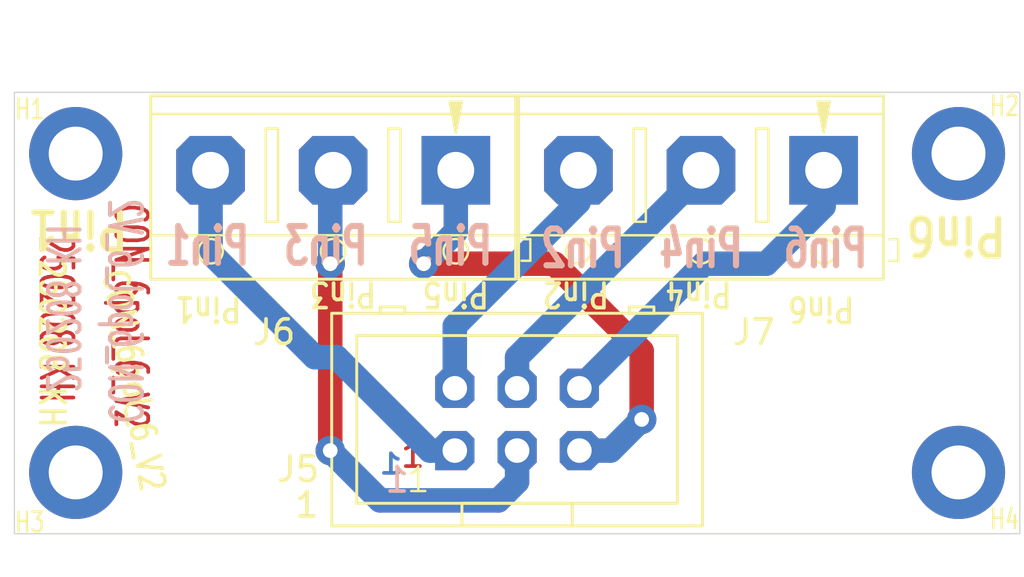
<source format=kicad_pcb>
(kicad_pcb (version 20240108) (generator "pcbnew") (generator_version "8.0")
  (layers (0 "F.Cu" signal) (31 "B.Cu" signal) (34 "B.Paste" user) (35 "F.Paste" user) (36 "B.SilkS" user "B.Silkscreen") (37 "F.SilkS" user "F.Silkscreen") (38 "B.Mask" user) (39 "F.Mask" user) (44 "Edge.Cuts" user))
  (net 0 "")
  (net 1 "/Pin1")
  (net 2 "/Pin3")
  (net 3 "/Pin5")
  (net 4 "/Pin6")
  (net 5 "/Pin2")
  (net 6 "/Pin4")
  (footprint "_kh_library:MountingHole_2.2mm_M2_Pad_TopBottom_kh" (layer "F.Cu") (at 70.07 36.45)
    (property "Reference" "H4" (at 1.875 1.905 0) (layer "F.SilkS") (effects (font (size 0.8 0.6) (thickness 0.1) (bold yes))))
    (property "Value" "MountingHole")
    (pad "1" thru_hole circle (at 0 0) (size 2.6 2.6) (drill 2.2) (layers "*.Cu" "*.Mask"))
    (pad "1" connect circle (at 0 0) (size 3.8 3.8) (layers "F.Cu" "F.Mask"))
    (pad "1" connect circle (at 0 0) (size 3.8 3.8) (layers "B.Cu" "B.Mask"))
  )
  (footprint "_kh_library:Screw_Terminal_01x03_P5" (layer "F.Cu") (at 64.57 24.13 -90)
    (property "Reference" "J7" (at 6.604 2.848 0) (layer "F.SilkS"))
    (property "Value" "Screw_Terminal_01x03_P5")
    (fp_line (start -2.3 -2.44) (end -2.3 12.44) (stroke (width 0.1)) (layer "F.SilkS"))
    (fp_line (start 2.65 -2.44) (end 2.65 12.44) (stroke (width 0.1)) (layer "F.SilkS"))
    (fp_line (start 2.81 -3.04) (end 2.81 -2.68) (stroke (width 0.1)) (layer "F.SilkS"))
    (fp_line (start 2.81 -3.04) (end 3.69 -3.04) (stroke (width 0.1)) (layer "F.SilkS"))
    (fp_line (start 3.69 -3.04) (end 3.69 -2.68) (stroke (width 0.1)) (layer "F.SilkS"))
    (fp_rect (start -1.7 7.25) (end 2.1 7.75) (stroke (width 0.1)) (fill none) (layer "F.SilkS"))
    (fp_rect (start -1.7 2.25) (end 2.1 2.75) (stroke (width 0.1)) (fill none) (layer "F.SilkS"))
    (fp_rect (start -3.04 -2.44) (end 4.44 12.44) (stroke (width 0.12)) (fill none) (layer "F.SilkS"))
    (fp_circle (center 3.3 10) (end 3.8 10) (stroke (width 0.1)) (fill none) (layer "F.SilkS"))
    (fp_circle (center 3.3 5) (end 3.8 5) (stroke (width 0.1)) (fill none) (layer "F.SilkS"))
    (fp_circle (center 3.3 0) (end 3.8 0) (stroke (width 0.1)) (fill none) (layer "F.SilkS"))
    (fp_poly (pts (xy -2.794 -0.254) (xy -1.524 0) (xy -2.794 0.254)) (stroke (width 0.1)) (fill solid) (layer "F.SilkS"))
    (pad "1" thru_hole rect (at 0 0 270) (size 2.8 2.8) (drill 1.5) (layers "*.Cu" "*.Mask") (net 4 "/Pin6"))
    (pad "2" thru_hole roundrect (at 0 5 270) (size 2.8 2.8) (drill 1.5) (layers "*.Cu" "*.Mask") (roundrect_rratio 0) (chamfer_ratio 0.2) (chamfer top_left top_right bottom_left bottom_right) (net 6 "/Pin4"))
    (pad "3" thru_hole roundrect (at 0 10 270) (size 2.8 2.8) (drill 1.5) (layers "*.Cu" "*.Mask") (roundrect_rratio 0) (chamfer_ratio 0.2) (chamfer top_left top_right bottom_left bottom_right) (net 5 "/Pin2"))
  )
  (footprint "_kh_library:MountingHole_2.2mm_M2_Pad_TopBottom_kh" (layer "F.Cu") (at 34.07 36.45)
    (property "Reference" "H3" (at -1.875 2.031 0) (layer "F.SilkS") (effects (font (size 0.8 0.6) (thickness 0.1))))
    (property "Value" "MountingHole")
    (pad "1" thru_hole circle (at 0 0) (size 2.6 2.6) (drill 2.2) (layers "*.Cu" "*.Mask"))
    (pad "1" connect circle (at 0 0) (size 3.8 3.8) (layers "F.Cu" "F.Mask"))
    (pad "1" connect circle (at 0 0) (size 3.8 3.8) (layers "B.Cu" "B.Mask"))
  )
  (footprint "_kh_library:Box_02x03_P2.54mm_Vertical_kh" (layer "F.Cu") (at 49.53 35.56)
    (property "Reference" "J5" (at -6.39 0.762 360) (layer "F.SilkS"))
    (property "Value" "Box_02x03_P2.54_Vertical")
    (fp_rect (start -5.02 3.07) (end 10.1 -5.6) (stroke (width 0.12)) (fill none) (layer "F.SilkS"))
    (fp_rect (start -4 2.15) (end 9.08 -4.69) (stroke (width 0.12)) (fill none) (layer "F.SilkS"))
    (fp_rect (start -3.04 -5.6) (end -2.04 -5.86) (stroke (width 0.12)) (fill none) (layer "F.SilkS"))
    (fp_rect (start 0.29 3.07) (end 4.79 2.15) (stroke (width 0.12)) (fill none) (layer "F.SilkS"))
    (fp_rect (start 7.12 -5.6) (end 8.12 -5.86) (stroke (width 0.12)) (fill none) (layer "F.SilkS"))
    (fp_text user "1" (at -2.032 1.778 0) (layer "F.SilkS") (effects (font (thickness 0.1)) (justify left bottom)))
    (pad "1" thru_hole roundrect (at 0 0) (size 1.6 1.6) (drill 1) (layers "*.Cu" "*.Mask") (roundrect_rratio 0) (chamfer_ratio 0.2) (chamfer top_left top_right bottom_right) (net 1 "/Pin1"))
    (pad "2" thru_hole roundrect (at 0 -2.54) (size 1.6 1.6) (drill 1) (layers "*.Cu" "*.Mask") (roundrect_rratio 0) (chamfer_ratio 0.2) (chamfer top_left top_right bottom_left bottom_right) (net 5 "/Pin2"))
    (pad "3" thru_hole roundrect (at 2.54 0) (size 1.6 1.6) (drill 1) (layers "*.Cu" "*.Mask") (roundrect_rratio 0) (chamfer_ratio 0.2) (chamfer top_left top_right bottom_left bottom_right) (net 2 "/Pin3"))
    (pad "4" thru_hole roundrect (at 2.54 -2.54) (size 1.6 1.6) (drill 1) (layers "*.Cu" "*.Mask") (roundrect_rratio 0) (chamfer_ratio 0.2) (chamfer top_left top_right bottom_left bottom_right) (net 6 "/Pin4"))
    (pad "5" thru_hole roundrect (at 5.08 0) (size 1.6 1.6) (drill 1) (layers "*.Cu" "*.Mask") (roundrect_rratio 0) (chamfer_ratio 0.2) (chamfer top_left top_right bottom_left bottom_right) (net 3 "/Pin5"))
    (pad "6" thru_hole roundrect (at 5.08 -2.54) (size 1.6 1.6) (drill 1) (layers "*.Cu" "*.Mask") (roundrect_rratio 0) (chamfer_ratio 0.2) (chamfer top_left top_right bottom_left bottom_right) (net 4 "/Pin6"))
  )
  (footprint "_kh_library:MountingHole_2.2mm_M2_Pad_TopBottom_kh" (layer "F.Cu") (at 34.07 23.45)
    (property "Reference" "H1" (at -1.875 -1.812 0) (layer "F.SilkS") (effects (font (size 0.8 0.6) (thickness 0.1))))
    (property "Value" "MountingHole")
    (pad "1" thru_hole circle (at 0 0) (size 2.6 2.6) (drill 2.2) (layers "*.Cu" "*.Mask"))
    (pad "1" connect circle (at 0 0) (size 3.8 3.8) (layers "F.Cu" "F.Mask"))
    (pad "1" connect circle (at 0 0) (size 3.8 3.8) (layers "B.Cu" "B.Mask"))
  )
  (footprint "_kh_library:Screw_Terminal_01x03_P5" (layer "F.Cu") (at 49.57 24.13 -90)
    (property "Reference" "J6" (at 6.604 7.406 0) (layer "F.SilkS"))
    (property "Value" "Screw_Terminal_01x03_P5")
    (fp_line (start -2.3 -2.44) (end -2.3 12.44) (stroke (width 0.1)) (layer "F.SilkS"))
    (fp_line (start 2.65 -2.44) (end 2.65 12.44) (stroke (width 0.1)) (layer "F.SilkS"))
    (fp_line (start 2.81 -3.04) (end 2.81 -2.68) (stroke (width 0.1)) (layer "F.SilkS"))
    (fp_line (start 2.81 -3.04) (end 3.69 -3.04) (stroke (width 0.1)) (layer "F.SilkS"))
    (fp_line (start 3.69 -3.04) (end 3.69 -2.68) (stroke (width 0.1)) (layer "F.SilkS"))
    (fp_rect (start -1.7 7.25) (end 2.1 7.75) (stroke (width 0.1)) (fill none) (layer "F.SilkS"))
    (fp_rect (start -1.7 2.25) (end 2.1 2.75) (stroke (width 0.1)) (fill none) (layer "F.SilkS"))
    (fp_rect (start -3.04 -2.44) (end 4.44 12.44) (stroke (width 0.12)) (fill none) (layer "F.SilkS"))
    (fp_circle (center 3.3 10) (end 3.8 10) (stroke (width 0.1)) (fill none) (layer "F.SilkS"))
    (fp_circle (center 3.3 5) (end 3.8 5) (stroke (width 0.1)) (fill none) (layer "F.SilkS"))
    (fp_circle (center 3.3 0) (end 3.8 0) (stroke (width 0.1)) (fill none) (layer "F.SilkS"))
    (fp_poly (pts (xy -2.794 -0.254) (xy -1.524 0) (xy -2.794 0.254)) (stroke (width 0.1)) (fill solid) (layer "F.SilkS"))
    (pad "1" thru_hole rect (at 0 0 270) (size 2.8 2.8) (drill 1.5) (layers "*.Cu" "*.Mask") (net 3 "/Pin5"))
    (pad "2" thru_hole roundrect (at 0 5 270) (size 2.8 2.8) (drill 1.5) (layers "*.Cu" "*.Mask") (roundrect_rratio 0) (chamfer_ratio 0.2) (chamfer top_left top_right bottom_left bottom_right) (net 2 "/Pin3"))
    (pad "3" thru_hole roundrect (at 0 10 270) (size 2.8 2.8) (drill 1.5) (layers "*.Cu" "*.Mask") (roundrect_rratio 0) (chamfer_ratio 0.2) (chamfer top_left top_right bottom_left bottom_right) (net 1 "/Pin1"))
  )
  (footprint "_kh_library:MountingHole_2.2mm_M2_Pad_TopBottom_kh" (layer "F.Cu") (at 70.07 23.45)
    (property "Reference" "H2" (at 1.875 -1.939 0) (layer "F.SilkS") (effects (font (size 0.8 0.6) (thickness 0.1) (bold yes))))
    (property "Value" "MountingHole")
    (pad "1" thru_hole circle (at 0 0) (size 2.6 2.6) (drill 2.2) (layers "*.Cu" "*.Mask"))
    (pad "1" connect circle (at 0 0) (size 3.8 3.8) (layers "F.Cu" "F.Mask"))
    (pad "1" connect circle (at 0 0) (size 3.8 3.8) (layers "B.Cu" "B.Mask"))
  )
  (gr_rect (start 31.57 20.95) (end 72.57 38.95) (stroke (width 0.05)) (fill none) (layer "Edge.Cuts"))
  (gr_text "250208 KH" (at 32.512 26.67 270) (layer "F.Cu") (effects (font (size 1.3 0.8) (thickness 0.15) (bold yes)) (justify left bottom)))
  (gr_text "1" (at 47.244 36.322 0) (layer "F.Cu") (effects (font (size 1 1) (thickness 0.15) (bold yes)) (justify left bottom)))
  (gr_text "CON_6pol_6_V2" (at 35.56 25.4 270) (layer "F.Cu") (effects (font (size 1.3 0.8) (thickness 0.15) (bold yes)) (justify left bottom)))
  (gr_text "1" (at 47.498 36.576 0) (layer "B.Cu") (effects (font (size 0.8 1) (thickness 0.15) (bold yes)) (justify left bottom mirror)))
  (gr_text "250208 KH" (at 32.766 33.274 270) (layer "B.Cu") (effects (font (size 1.3 0.8) (thickness 0.15) (bold yes)) (justify left bottom mirror)))
  (gr_text "CON_6pol_6_V2" (at 35.306 34.544 270) (layer "B.Cu") (effects (font (size 1.3 0.8) (thickness 0.15) (bold yes)) (justify left bottom mirror)))
  (gr_text "Pin5" (at 51.18 28.1 0) (layer "B.SilkS") (effects (font (size 1.5 1) (thickness 0.25) (bold yes)) (justify left bottom mirror)))
  (gr_text "Pin6" (at 66.48 28.2 0) (layer "B.SilkS") (effects (font (size 1.5 1) (thickness 0.25) (bold yes)) (justify left bottom mirror)))
  (gr_text "CON_6pol_6_V2" (at 35.306 34.544 270) (layer "B.SilkS") (effects (font (size 1.3 0.8) (thickness 0.15) (bold yes)) (justify left bottom mirror)))
  (gr_text "Pin3" (at 46.1 28.1 0) (layer "B.SilkS") (effects (font (size 1.5 1) (thickness 0.25) (bold yes)) (justify left bottom mirror)))
  (gr_text "Pin2" (at 56.574 28.2 0) (layer "B.SilkS") (effects (font (size 1.5 1) (thickness 0.25) (bold yes)) (justify left bottom mirror)))
  (gr_text "1" (at 47.752 37.338 0) (layer "B.SilkS") (effects (font (size 1 1) (thickness 0.15) (bold yes)) (justify left bottom mirror)))
  (gr_text "Pin4" (at 61.4 28.2 0) (layer "B.SilkS") (effects (font (size 1.5 1) (thickness 0.25) (bold yes)) (justify left bottom mirror)))
  (gr_text "Pin1" (at 41.274 28.1 0) (layer "B.SilkS") (effects (font (size 1.5 1) (thickness 0.25) (bold yes)) (justify left bottom mirror)))
  (gr_text "250208 KH" (at 32.766 33.274 270) (layer "B.SilkS") (effects (font (size 1.3 0.8) (thickness 0.15) (bold yes)) (justify left bottom mirror)))
  (gr_text "Pin4" (at 60.9 28.6 180) (layer "F.SilkS") (effects (font (size 1 0.8)) (justify left bottom)))
  (gr_text "Pin5" (at 51 28.6 180) (layer "F.SilkS") (effects (font (size 1 0.8)) (justify left bottom)))
  (gr_text "Pin6" (at 72.136 25.908 180) (layer "F.SilkS") (effects (font (size 1.5 1.2) (thickness 0.25) (bold yes)) (justify left bottom)))
  (gr_text "1" (at 42.926 38.354 0) (layer "F.SilkS") (effects (font (size 1 1) (thickness 0.15) (bold yes)) (justify left bottom)))
  (gr_text "Pin3" (at 46.4 28.6 180) (layer "F.SilkS") (effects (font (size 1 0.8)) (justify left bottom)))
  (gr_text "Pin6" (at 65.9 29.21 180) (layer "F.SilkS") (effects (font (size 1 0.8)) (justify left bottom)))
  (gr_text "CON_6pol_6_V2" (at 35.052 28.194 280) (layer "F.SilkS") (effects (font (size 1 0.8) (thickness 0.15) (bold yes)) (justify left bottom)))
  (gr_text "Pin1" (at 40.9 29.21 180) (layer "F.SilkS") (effects (font (size 1 0.8)) (justify left bottom)))
  (gr_text "Pin2" (at 55.9 28.6 180) (layer "F.SilkS") (effects (font (size 1 0.8)) (justify left bottom)))
  (gr_text "Pin1" (at 36.322 25.654 180) (layer "F.SilkS") (effects (font (size 1.5 1.2) (thickness 0.25) (bold yes)) (justify left bottom)))
  (gr_text "250208 KH" (at 32.512 27.686 270) (layer "F.SilkS") (effects (font (size 1 0.8) (thickness 0.15) (bold yes)) (justify left bottom)))
  (segment (start 43.815 31.75) (end 39.57 27.505) (width 1) (layer "B.Cu") (net 1))
  (segment (start 49.53 35.56) (end 48.514 35.56) (width 1) (layer "B.Cu") (net 1))
  (segment (start 48.514 35.56) (end 44.704 31.75) (width 1) (layer "B.Cu") (net 1))
  (segment (start 44.704 31.75) (end 43.815 31.75) (width 1) (layer "B.Cu") (net 1))
  (segment (start 39.57 27.505) (end 39.57 24.13) (width 1) (layer "B.Cu") (net 1))
  (segment (start 44.45 35.56) (end 44.45 27.94) (width 1) (layer "F.Cu") (net 2))
  (via (at 44.45 27.94) (size 1.2) (drill 0.6) (layers "F.Cu" "B.Cu") (net 2))
  (via (at 44.45 35.56) (size 1.2) (drill 0.6) (layers "F.Cu" "B.Cu") (net 2))
  (segment (start 52.07 36.83) (end 51.308 37.592) (width 1) (layer "B.Cu") (net 2))
  (segment (start 44.45 24.25) (end 44.57 24.13) (width 1) (layer "B.Cu") (net 2))
  (segment (start 52.07 35.56) (end 52.07 36.83) (width 1) (layer "B.Cu") (net 2))
  (segment (start 44.45 27.94) (end 44.45 24.25) (width 1) (layer "B.Cu") (net 2))
  (segment (start 46.482 37.592) (end 44.45 35.56) (width 1) (layer "B.Cu") (net 2))
  (segment (start 51.308 37.592) (end 46.482 37.592) (width 1) (layer "B.Cu") (net 2))
  (segment (start 57.15 31.496) (end 53.594 27.94) (width 1) (layer "F.Cu") (net 3))
  (segment (start 53.594 27.94) (end 48.26 27.94) (width 1) (layer "F.Cu") (net 3))
  (segment (start 57.15 34.29) (end 57.15 31.496) (width 1) (layer "F.Cu") (net 3))
  (via (at 48.26 27.94) (size 1.2) (drill 0.6) (layers "F.Cu" "B.Cu") (net 3))
  (via (at 57.15 34.29) (size 1.2) (drill 0.6) (layers "F.Cu" "B.Cu") (net 3))
  (segment (start 54.61 35.56) (end 55.88 35.56) (width 1) (layer "B.Cu") (net 3))
  (segment (start 49.57 26.63) (end 49.57 24.13) (width 1) (layer "B.Cu") (net 3))
  (segment (start 55.88 35.56) (end 57.15 34.29) (width 1) (layer "B.Cu") (net 3))
  (segment (start 48.26 27.94) (end 49.57 26.63) (width 1) (layer "B.Cu") (net 3))
  (segment (start 54.61 33.02) (end 59.69 27.94) (width 1) (layer "B.Cu") (net 4))
  (segment (start 59.69 27.94) (end 62.23 27.94) (width 1) (layer "B.Cu") (net 4))
  (segment (start 64.57 25.6) (end 64.57 24.13) (width 1) (layer "B.Cu") (net 4))
  (segment (start 62.23 27.94) (end 64.57 25.6) (width 1) (layer "B.Cu") (net 4))
  (segment (start 49.53 33.02) (end 49.53 30.48) (width 1) (layer "B.Cu") (net 5))
  (segment (start 54.57 25.44) (end 54.57 24.13) (width 1) (layer "B.Cu") (net 5))
  (segment (start 49.53 30.48) (end 54.57 25.44) (width 1) (layer "B.Cu") (net 5))
  (segment (start 52.07 31.75) (end 59.57 24.25) (width 1) (layer "B.Cu") (net 6))
  (segment (start 59.57 24.25) (end 59.57 24.13) (width 1) (layer "B.Cu") (net 6))
  (segment (start 52.07 33.02) (end 52.07 31.75) (width 1) (layer "B.Cu") (net 6))
)
</source>
